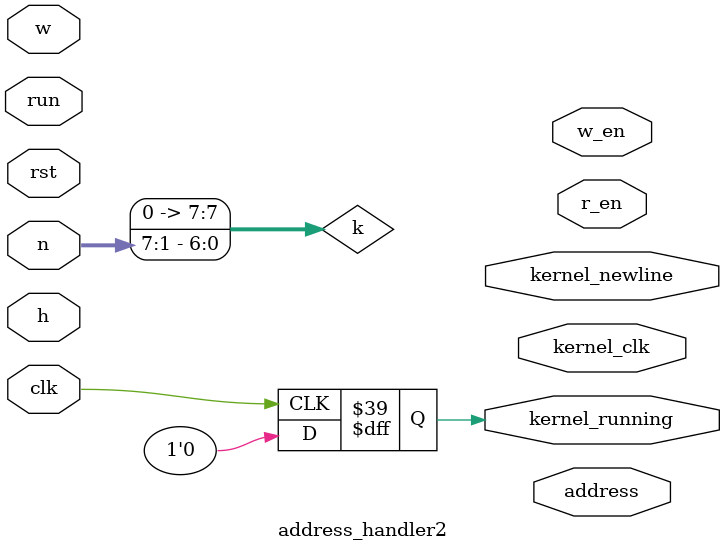
<source format=v>
module address_handler2 #(
    parameter WORD  = 8,
    parameter MAX_N = 25
) (
    input clk,
    input rst,
    input signed [WORD-1:0] h,
    input signed [WORD-1:0] w,
    input signed [WORD-1:0] n,
    input run,
    output reg [31:0] address,
    output wire w_en,
    output wire r_en,
    output reg kernel_newline,
    output reg kernel_clk,
    output reg kernel_running
);

  localparam IDLE = 3'b000;
  localparam RUN = 3'b001;
  localparam NEWCOL = 3'b010;
  localparam NEWLINE = 3'b100;

  reg [2:0] cur_state;
  reg [2:0] next_state;

  wire signed [WORD-1:0] k = n >> 1;
  wire signed [WORD-1:0] neg_k = -k;
  reg signed [WORD-1:0] yc;

  reg [WORD-1:0] rx;
  wire [WORD-1:0] ry = wy + yc;

  reg [WORD-1:0] wx;
  reg [WORD-1:0] wy;

  always @(posedge clk) begin
    if (!rst) cur_state <= IDLE;
    else cur_state <= next_state;
  end


  always @(*) begin
    next_state = IDLE;
    case (cur_state)
      IDLE: if(run) next_state = RUN;

      RUN: begin
        if(yc == k) next_state = NEWCOL;
        else next_state = RUN;
      end

      NEWCOL: next_state = IDLE;

      NEWLINE: next_state = IDLE;

      default next_state = IDLE;
    endcase
  end

  always @(posedge clk) begin
    wx <= 0;
    wy <= 0;
    rx <= 0;
    yc <= neg_k;
    kernel_running <= 0;
    case (next_state)
      IDLE: begin end
      RUN: yc <= yc + 1;
      NEWCOL: yc <= neg_k;
    endcase
  end

endmodule

</source>
